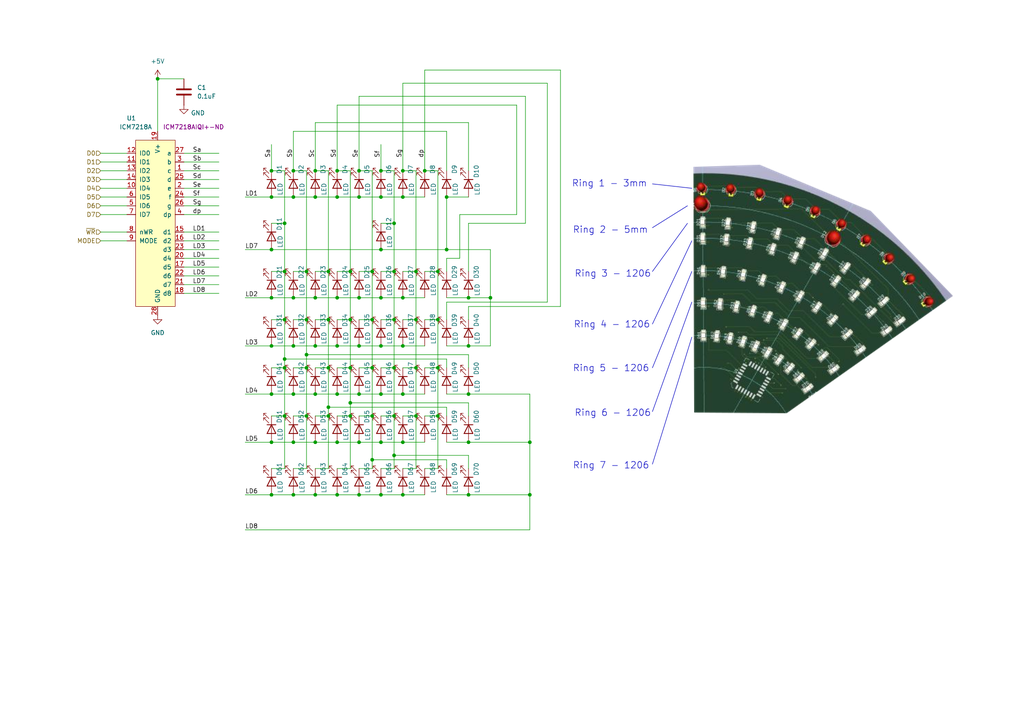
<source format=kicad_sch>
(kicad_sch (version 20250114) (generator "eeschema") (generator_version "9.0")
  (paper "A4")
  (lib_symbols
    (symbol "Device:C" (pin_numbers (hide yes)) (pin_names (offset 0.254))
      (property "Reference" "C" (at 0.635 2.54 0))
      (property "Value" "C" (at 0.635 -2.54 0))
      (symbol "C_0_1"
        (polyline (pts (xy -2.032 0.762) (xy 2.032 0.762)) (stroke (width 0.508)))
        (polyline (pts (xy -2.032 -0.762) (xy 2.032 -0.762)) (stroke (width 0.508)))
      )
      (symbol "C_1_1"
        (pin passive line (at 0 3.81 270) (length 2.794) (name "~") (number "1"))
        (pin passive line (at 0 -3.81 90) (length 2.794) (name "~") (number "2"))
      )
    )
    (symbol "Device:LED" (pin_numbers (hide yes)) (pin_names (offset 1.016) (hide yes))
      (property "Reference" "D" (at 0 2.54 0))
      (property "Value" "LED" (at 0 -2.54 0))
      (symbol "LED_0_1"
        (polyline (pts (xy -3.048 -0.762) (xy -4.572 -2.286) (xy -3.81 -2.286) (xy -4.572 -2.286) (xy -4.572 -1.524)))
        (polyline (pts (xy -1.778 -0.762) (xy -3.302 -2.286) (xy -2.54 -2.286) (xy -3.302 -2.286) (xy -3.302 -1.524)))
        (polyline (pts (xy -1.27 0) (xy 1.27 0)))
        (polyline (pts (xy -1.27 -1.27) (xy -1.27 1.27)) (stroke (width 0.254)))
        (polyline (pts (xy 1.27 -1.27) (xy 1.27 1.27) (xy -1.27 0) (xy 1.27 -1.27)) (stroke (width 0.254)))
      )
      (symbol "LED_1_1"
        (pin passive line (at -3.81 0 0) (length 2.54) (name "K") (number "1"))
        (pin passive line (at 3.81 0 180) (length 2.54) (name "A") (number "2"))
      )
    )
    (symbol "ICM7218A:ICM7218A" (pin_names (offset 1.016))
      (property "Reference" "U" (at 5.08 2.54 0))
      (property "Value" "ICM7218A" (at 8.89 5.08 0))
      (symbol "ICM7218A_0_1"
        (rectangle (start -6.35 0) (end 5.08 -48.26) (fill (type background)))
      )
      (symbol "ICM7218A_1_1"
        (pin input line (at -8.89 -3.81 0) (length 2.54) (name "ID0") (number "12"))
        (pin input line (at -8.89 -6.35 0) (length 2.54) (name "ID1") (number "11"))
        (pin input line (at -8.89 -8.89 0) (length 2.54) (name "ID2") (number "13"))
        (pin input line (at -8.89 -11.43 0) (length 2.54) (name "ID3") (number "14"))
        (pin input line (at -8.89 -13.97 0) (length 2.54) (name "ID4") (number "10"))
        (pin input line (at -8.89 -16.51 0) (length 2.54) (name "ID5") (number "6"))
        (pin input line (at -8.89 -19.05 0) (length 2.54) (name "ID6") (number "5"))
        (pin input line (at -8.89 -21.59 0) (length 2.54) (name "ID7") (number "7"))
        (pin input line (at -8.89 -26.67 0) (length 2.54) (name "nWR") (number "8"))
        (pin input line (at -8.89 -29.21 0) (length 2.54) (name "MODE") (number "9"))
        (pin input line (at 0 2.54 270) (length 2.54) (name "V+") (number "19"))
        (pin input line (at 0 -50.8 90) (length 2.54) (name "GND") (number "28"))
        (pin input line (at 7.62 -3.81 180) (length 2.54) (name "a") (number "27"))
        (pin input line (at 7.62 -6.35 180) (length 2.54) (name "b") (number "3"))
        (pin input line (at 7.62 -8.89 180) (length 2.54) (name "c") (number "1"))
        (pin input line (at 7.62 -11.43 180) (length 2.54) (name "d") (number "25"))
        (pin input line (at 7.62 -13.97 180) (length 2.54) (name "e") (number "2"))
        (pin input line (at 7.62 -16.51 180) (length 2.54) (name "f") (number "24"))
        (pin input line (at 7.62 -19.05 180) (length 2.54) (name "g") (number "26"))
        (pin input line (at 7.62 -21.59 180) (length 2.54) (name "dp") (number "4"))
        (pin input line (at 7.62 -26.67 180) (length 2.54) (name "d1") (number "15"))
        (pin input line (at 7.62 -29.21 180) (length 2.54) (name "d2") (number "16"))
        (pin input line (at 7.62 -31.75 180) (length 2.54) (name "d3") (number "23"))
        (pin input line (at 7.62 -34.29 180) (length 2.54) (name "d4") (number "20"))
        (pin input line (at 7.62 -36.83 180) (length 2.54) (name "d5") (number "17"))
        (pin input line (at 7.62 -39.37 180) (length 2.54) (name "d6") (number "22"))
        (pin input line (at 7.62 -41.91 180) (length 2.54) (name "d7") (number "21"))
        (pin input line (at 7.62 -44.45 180) (length 2.54) (name "d8") (number "18"))
      )
    )
    (symbol "power:+5V" (power) (pin_numbers (hide yes)) (pin_names (offset 0) (hide yes))
      (property "Value" "+5V" (at 0 3.556 0))
      (symbol "+5V_0_1"
        (polyline (pts (xy -0.762 1.27) (xy 0 2.54)))
        (polyline (pts (xy 0 2.54) (xy 0.762 1.27)))
        (polyline (pts (xy 0 0) (xy 0 2.54)))
      )
      (symbol "+5V_1_1"
        (pin power_in line (at 0 0 90) (length 0) (name "~") (number "1"))
      )
    )
    (symbol "power:GND" (power) (pin_numbers (hide yes)) (pin_names (offset 0) (hide yes))
      (property "Value" "GND" (at 0 -3.81 0))
      (symbol "GND_0_1"
        (polyline (pts (xy 0 0) (xy 0 -1.27) (xy 1.27 -1.27) (xy 0 -2.54) (xy -1.27 -1.27) (xy 0 -1.27)))
      )
      (symbol "GND_1_1"
        (pin power_in line (at 0 0 270) (length 0) (name "~") (number "1"))
      )
    )
  )
  (text "Ring 2 - 5mm" (at 166.116 66.802 0) (effects (font (size 1.905 1.905)) (justify left)))
  (text "Ring 3 - 1206" (at 166.624 79.502 0) (effects (font (size 1.905 1.905)) (justify left)))
  (text "Ring 4 - 1206" (at 166.37 94.234 0) (effects (font (size 1.905 1.905)) (justify left)))
  (text "Ring 7 - 1206" (at 166.116 135.128 0) (effects (font (size 1.905 1.905)) (justify left)))
  (text "Ring 6 - 1206" (at 166.624 119.888 0) (effects (font (size 1.905 1.905)) (justify left)))
  (text "Ring 5 - 1206" (at 166.116 106.934 0) (effects (font (size 1.905 1.905)) (justify left)))
  (text "Ring 1 - 3mm" (at 176.784 53.34 0) (effects (font (size 1.905 1.905))))
  (junction (at 78.74 86.36))
  (junction (at 101.6 92.71))
  (junction (at 114.3 120.65))
  (junction (at 85.09 143.51))
  (junction (at 95.25 106.68))
  (junction (at 85.09 86.36))
  (junction (at 85.09 49.53))
  (junction (at 91.44 128.27))
  (junction (at 88.9 102.87))
  (junction (at 82.55 78.74))
  (junction (at 78.74 57.15))
  (junction (at 78.74 49.53))
  (junction (at 101.6 116.84))
  (junction (at 114.3 132.08))
  (junction (at 85.09 128.27))
  (junction (at 91.44 57.15))
  (junction (at 85.09 100.33))
  (junction (at 97.79 49.53))
  (junction (at 120.65 106.68))
  (junction (at 110.49 143.51))
  (junction (at 116.84 49.53))
  (junction (at 129.54 57.15))
  (junction (at 104.14 86.36))
  (junction (at 82.55 104.14))
  (junction (at 129.54 72.39))
  (junction (at 78.74 128.27))
  (junction (at 82.55 120.65))
  (junction (at 78.74 100.33))
  (junction (at 91.44 114.3))
  (junction (at 110.49 114.3))
  (junction (at 88.9 106.68))
  (junction (at 114.3 106.68))
  (junction (at 153.67 143.51))
  (junction (at 104.14 128.27))
  (junction (at 104.14 49.53))
  (junction (at 153.67 128.27))
  (junction (at 95.25 118.11))
  (junction (at 120.65 92.71))
  (junction (at 135.89 114.3))
  (junction (at 104.14 114.3))
  (junction (at 135.89 128.27))
  (junction (at 127 106.68))
  (junction (at 107.95 133.35))
  (junction (at 85.09 114.3))
  (junction (at 127 92.71))
  (junction (at 116.84 114.3))
  (junction (at 110.49 128.27))
  (junction (at 101.6 78.74))
  (junction (at 107.95 120.65))
  (junction (at 114.3 78.74))
  (junction (at 135.89 100.33))
  (junction (at 78.74 143.51))
  (junction (at 95.25 78.74))
  (junction (at 116.84 57.15))
  (junction (at 107.95 92.71))
  (junction (at 78.74 72.39))
  (junction (at 101.6 106.68))
  (junction (at 107.95 78.74))
  (junction (at 116.84 143.51))
  (junction (at 82.55 106.68))
  (junction (at 110.49 86.36))
  (junction (at 104.14 100.33))
  (junction (at 127 78.74))
  (junction (at 91.44 143.51))
  (junction (at 101.6 120.65))
  (junction (at 110.49 49.53))
  (junction (at 116.84 128.27))
  (junction (at 107.95 106.68))
  (junction (at 110.49 100.33))
  (junction (at 135.89 143.51))
  (junction (at 120.65 78.74))
  (junction (at 104.14 143.51))
  (junction (at 97.79 100.33))
  (junction (at 97.79 143.51))
  (junction (at 142.24 86.36))
  (junction (at 97.79 57.15))
  (junction (at 95.25 120.65))
  (junction (at 135.89 86.36))
  (junction (at 120.65 120.65))
  (junction (at 91.44 100.33))
  (junction (at 91.44 86.36))
  (junction (at 114.3 92.71))
  (junction (at 104.14 57.15))
  (junction (at 85.09 57.15))
  (junction (at 88.9 92.71))
  (junction (at 82.55 92.71))
  (junction (at 78.74 114.3))
  (junction (at 88.9 120.65))
  (junction (at 114.3 64.77))
  (junction (at 45.72 22.86))
  (junction (at 127 120.65))
  (junction (at 95.25 92.71))
  (junction (at 116.84 100.33))
  (junction (at 97.79 114.3))
  (junction (at 88.9 78.74))
  (junction (at 110.49 57.15))
  (junction (at 97.79 128.27))
  (junction (at 123.19 49.53))
  (junction (at 91.44 49.53))
  (junction (at 110.49 72.39))
  (junction (at 116.84 86.36))
  (junction (at 82.55 64.77))
  (junction (at 97.79 86.36))
  (wire (pts (xy 123.19 20.32) (xy 123.19 49.53)))
  (wire (pts (xy 120.65 120.65) (xy 120.65 135.89)))
  (wire (pts (xy 107.95 135.89) (xy 104.14 135.89)))
  (wire (pts (xy 82.55 135.89) (xy 78.74 135.89)))
  (wire (pts (xy 110.49 100.33) (xy 116.84 100.33)))
  (wire (pts (xy 127 78.74) (xy 127 92.71)))
  (wire (pts (xy 129.54 114.3) (xy 135.89 114.3)))
  (wire (pts (xy 95.25 120.65) (xy 91.44 120.65)))
  (wire (pts (xy 104.14 143.51) (xy 110.49 143.51)))
  (polyline (pts (xy 189.23 119.38) (xy 200.66 87.63)))
  (wire (pts (xy 127 120.65) (xy 123.19 120.65)))
  (wire (pts (xy 97.79 100.33) (xy 104.14 100.33)))
  (wire (pts (xy 107.95 92.71) (xy 107.95 106.68)))
  (wire (pts (xy 82.55 92.71) (xy 78.74 92.71)))
  (polyline (pts (xy 189.23 78.74) (xy 199.39 64.77)))
  (wire (pts (xy 129.54 135.89) (xy 129.54 133.35)))
  (wire (pts (xy 101.6 78.74) (xy 97.79 78.74)))
  (wire (pts (xy 107.95 106.68) (xy 107.95 120.65)))
  (wire (pts (xy 101.6 49.53) (xy 101.6 78.74)))
  (wire (pts (xy 114.3 106.68) (xy 114.3 120.65)))
  (wire (pts (xy 162.56 88.9) (xy 162.56 20.32)))
  (polyline (pts (xy 189.23 93.98) (xy 200.66 69.85)))
  (wire (pts (xy 114.3 64.77) (xy 110.49 64.77)))
  (wire (pts (xy 82.55 106.68) (xy 82.55 120.65)))
  (wire (pts (xy 95.25 78.74) (xy 91.44 78.74)))
  (wire (pts (xy 135.89 88.9) (xy 162.56 88.9)))
  (wire (pts (xy 53.34 72.39) (xy 63.5 72.39)))
  (wire (pts (xy 91.44 49.53) (xy 95.25 49.53)))
  (wire (pts (xy 114.3 120.65) (xy 114.3 132.08)))
  (wire (pts (xy 95.25 106.68) (xy 91.44 106.68)))
  (polyline (pts (xy 189.23 53.34) (xy 200.66 54.61)))
  (wire (pts (xy 129.54 143.51) (xy 135.89 143.51)))
  (wire (pts (xy 71.12 86.36) (xy 78.74 86.36)))
  (wire (pts (xy 71.12 153.67) (xy 153.67 153.67)))
  (wire (pts (xy 120.65 78.74) (xy 116.84 78.74)))
  (wire (pts (xy 101.6 116.84) (xy 135.89 116.84)))
  (wire (pts (xy 129.54 72.39) (xy 110.49 72.39)))
  (wire (pts (xy 120.65 49.53) (xy 120.65 78.74)))
  (wire (pts (xy 82.55 78.74) (xy 78.74 78.74)))
  (wire (pts (xy 110.49 128.27) (xy 116.84 128.27)))
  (wire (pts (xy 91.44 143.51) (xy 97.79 143.51)))
  (wire (pts (xy 29.21 46.99) (xy 36.83 46.99)))
  (wire (pts (xy 120.65 106.68) (xy 116.84 106.68)))
  (polyline (pts (xy 189.23 134.62) (xy 200.66 97.79)))
  (wire (pts (xy 135.89 106.68) (xy 135.89 102.87)))
  (wire (pts (xy 129.54 104.14) (xy 82.55 104.14)))
  (wire (pts (xy 135.89 100.33) (xy 142.24 100.33)))
  (wire (pts (xy 116.84 100.33) (xy 123.19 100.33)))
  (wire (pts (xy 82.55 120.65) (xy 82.55 135.89)))
  (wire (pts (xy 91.44 57.15) (xy 97.79 57.15)))
  (wire (pts (xy 101.6 106.68) (xy 101.6 116.84)))
  (wire (pts (xy 53.34 69.85) (xy 63.5 69.85)))
  (wire (pts (xy 88.9 102.87) (xy 88.9 106.68)))
  (wire (pts (xy 88.9 106.68) (xy 85.09 106.68)))
  (wire (pts (xy 71.12 57.15) (xy 78.74 57.15)))
  (wire (pts (xy 133.35 74.93) (xy 133.35 62.23)))
  (wire (pts (xy 142.24 86.36) (xy 142.24 72.39)))
  (wire (pts (xy 53.34 44.45) (xy 63.5 44.45)))
  (wire (pts (xy 129.54 87.63) (xy 158.75 87.63)))
  (wire (pts (xy 114.3 120.65) (xy 110.49 120.65)))
  (wire (pts (xy 29.21 44.45) (xy 36.83 44.45)))
  (wire (pts (xy 53.34 67.31) (xy 63.5 67.31)))
  (wire (pts (xy 78.74 114.3) (xy 85.09 114.3)))
  (wire (pts (xy 85.09 49.53) (xy 88.9 49.53)))
  (wire (pts (xy 95.25 49.53) (xy 95.25 78.74)))
  (wire (pts (xy 110.49 57.15) (xy 116.84 57.15)))
  (wire (pts (xy 71.12 114.3) (xy 78.74 114.3)))
  (wire (pts (xy 104.14 128.27) (xy 110.49 128.27)))
  (wire (pts (xy 71.12 143.51) (xy 78.74 143.51)))
  (wire (pts (xy 114.3 49.53) (xy 114.3 64.77)))
  (wire (pts (xy 97.79 49.53) (xy 101.6 49.53)))
  (wire (pts (xy 53.34 62.23) (xy 63.5 62.23)))
  (wire (pts (xy 116.84 49.53) (xy 120.65 49.53)))
  (wire (pts (xy 110.49 86.36) (xy 116.84 86.36)))
  (wire (pts (xy 149.86 62.23) (xy 149.86 30.48)))
  (wire (pts (xy 129.54 38.1) (xy 85.09 38.1)))
  (wire (pts (xy 82.55 49.53) (xy 82.55 64.77)))
  (wire (pts (xy 116.84 24.13) (xy 116.84 49.53)))
  (wire (pts (xy 135.89 49.53) (xy 135.89 35.56)))
  (wire (pts (xy 152.4 64.77) (xy 152.4 27.94)))
  (wire (pts (xy 97.79 86.36) (xy 104.14 86.36)))
  (wire (pts (xy 53.34 22.86) (xy 45.72 22.86)))
  (wire (pts (xy 101.6 120.65) (xy 101.6 135.89)))
  (wire (pts (xy 129.54 128.27) (xy 135.89 128.27)))
  (wire (pts (xy 97.79 143.51) (xy 104.14 143.51)))
  (wire (pts (xy 114.3 78.74) (xy 110.49 78.74)))
  (wire (pts (xy 82.55 120.65) (xy 78.74 120.65)))
  (wire (pts (xy 129.54 57.15) (xy 135.89 57.15)))
  (wire (pts (xy 29.21 52.07) (xy 36.83 52.07)))
  (wire (pts (xy 97.79 57.15) (xy 104.14 57.15)))
  (wire (pts (xy 101.6 92.71) (xy 97.79 92.71)))
  (wire (pts (xy 107.95 78.74) (xy 107.95 92.71)))
  (wire (pts (xy 101.6 120.65) (xy 97.79 120.65)))
  (wire (pts (xy 88.9 106.68) (xy 88.9 120.65)))
  (wire (pts (xy 129.54 100.33) (xy 135.89 100.33)))
  (wire (pts (xy 133.35 62.23) (xy 149.86 62.23)))
  (wire (pts (xy 82.55 64.77) (xy 82.55 78.74)))
  (wire (pts (xy 29.21 57.15) (xy 36.83 57.15)))
  (wire (pts (xy 29.21 59.69) (xy 36.83 59.69)))
  (wire (pts (xy 104.14 86.36) (xy 110.49 86.36)))
  (wire (pts (xy 135.89 92.71) (xy 135.89 88.9)))
  (wire (pts (xy 110.49 41.91) (xy 110.49 49.53)))
  (wire (pts (xy 114.3 78.74) (xy 114.3 92.71)))
  (wire (pts (xy 114.3 132.08) (xy 114.3 135.89)))
  (wire (pts (xy 91.44 114.3) (xy 97.79 114.3)))
  (wire (pts (xy 95.25 135.89) (xy 91.44 135.89)))
  (wire (pts (xy 120.65 92.71) (xy 120.65 106.68)))
  (wire (pts (xy 135.89 120.65) (xy 135.89 116.84)))
  (wire (pts (xy 101.6 135.89) (xy 97.79 135.89)))
  (wire (pts (xy 135.89 143.51) (xy 153.67 143.51)))
  (wire (pts (xy 120.65 120.65) (xy 116.84 120.65)))
  (wire (pts (xy 129.54 106.68) (xy 129.54 104.14)))
  (wire (pts (xy 97.79 30.48) (xy 97.79 49.53)))
  (wire (pts (xy 29.21 49.53) (xy 36.83 49.53)))
  (wire (pts (xy 78.74 100.33) (xy 85.09 100.33)))
  (wire (pts (xy 45.72 22.86) (xy 45.72 38.1)))
  (wire (pts (xy 91.44 128.27) (xy 97.79 128.27)))
  (wire (pts (xy 149.86 30.48) (xy 97.79 30.48)))
  (wire (pts (xy 116.84 86.36) (xy 123.19 86.36)))
  (wire (pts (xy 129.54 118.11) (xy 95.25 118.11)))
  (wire (pts (xy 123.19 49.53) (xy 127 49.53)))
  (wire (pts (xy 88.9 120.65) (xy 85.09 120.65)))
  (wire (pts (xy 129.54 49.53) (xy 129.54 38.1)))
  (polyline (pts (xy 189.23 106.68) (xy 200.66 78.74)))
  (wire (pts (xy 71.12 128.27) (xy 78.74 128.27)))
  (wire (pts (xy 114.3 135.89) (xy 110.49 135.89)))
  (wire (pts (xy 162.56 20.32) (xy 123.19 20.32)))
  (wire (pts (xy 127 106.68) (xy 127 120.65)))
  (wire (pts (xy 29.21 54.61) (xy 36.83 54.61)))
  (wire (pts (xy 85.09 86.36) (xy 91.44 86.36)))
  (wire (pts (xy 53.34 74.93) (xy 63.5 74.93)))
  (wire (pts (xy 95.25 78.74) (xy 95.25 92.71)))
  (wire (pts (xy 135.89 135.89) (xy 135.89 132.08)))
  (wire (pts (xy 82.55 78.74) (xy 82.55 92.71)))
  (wire (pts (xy 88.9 92.71) (xy 88.9 102.87)))
  (wire (pts (xy 88.9 120.65) (xy 88.9 135.89)))
  (wire (pts (xy 110.49 114.3) (xy 116.84 114.3)))
  (wire (pts (xy 107.95 133.35) (xy 129.54 133.35)))
  (wire (pts (xy 88.9 78.74) (xy 88.9 92.71)))
  (wire (pts (xy 129.54 78.74) (xy 129.54 74.93)))
  (wire (pts (xy 71.12 100.33) (xy 78.74 100.33)))
  (wire (pts (xy 95.25 92.71) (xy 95.25 106.68)))
  (wire (pts (xy 135.89 86.36) (xy 142.24 86.36)))
  (wire (pts (xy 78.74 41.91) (xy 78.74 49.53)))
  (wire (pts (xy 88.9 49.53) (xy 88.9 78.74)))
  (wire (pts (xy 107.95 78.74) (xy 104.14 78.74)))
  (wire (pts (xy 78.74 86.36) (xy 85.09 86.36)))
  (wire (pts (xy 135.89 132.08) (xy 114.3 132.08)))
  (wire (pts (xy 127 49.53) (xy 127 78.74)))
  (wire (pts (xy 153.67 114.3) (xy 153.67 128.27)))
  (wire (pts (xy 127 92.71) (xy 127 106.68)))
  (wire (pts (xy 120.65 78.74) (xy 120.65 92.71)))
  (wire (pts (xy 95.25 106.68) (xy 95.25 118.11)))
  (wire (pts (xy 82.55 106.68) (xy 78.74 106.68)))
  (wire (pts (xy 153.67 143.51) (xy 153.67 128.27)))
  (wire (pts (xy 53.34 59.69) (xy 63.5 59.69)))
  (wire (pts (xy 114.3 64.77) (xy 114.3 78.74)))
  (wire (pts (xy 107.95 133.35) (xy 107.95 135.89)))
  (wire (pts (xy 107.95 106.68) (xy 104.14 106.68)))
  (wire (pts (xy 127 106.68) (xy 123.19 106.68)))
  (wire (pts (xy 82.55 64.77) (xy 78.74 64.77)))
  (wire (pts (xy 53.34 49.53) (xy 63.5 49.53)))
  (wire (pts (xy 110.49 143.51) (xy 116.84 143.51)))
  (wire (pts (xy 135.89 102.87) (xy 88.9 102.87)))
  (wire (pts (xy 85.09 128.27) (xy 91.44 128.27)))
  (wire (pts (xy 116.84 57.15) (xy 123.19 57.15)))
  (wire (pts (xy 78.74 57.15) (xy 85.09 57.15)))
  (wire (pts (xy 107.95 49.53) (xy 107.95 78.74)))
  (wire (pts (xy 158.75 87.63) (xy 158.75 24.13)))
  (wire (pts (xy 29.21 69.85) (xy 36.83 69.85)))
  (wire (pts (xy 85.09 114.3) (xy 91.44 114.3)))
  (wire (pts (xy 107.95 92.71) (xy 104.14 92.71)))
  (wire (pts (xy 97.79 114.3) (xy 104.14 114.3)))
  (wire (pts (xy 104.14 49.53) (xy 107.95 49.53)))
  (wire (pts (xy 114.3 106.68) (xy 110.49 106.68)))
  (wire (pts (xy 116.84 114.3) (xy 123.19 114.3)))
  (wire (pts (xy 78.74 72.39) (xy 110.49 72.39)))
  (wire (pts (xy 78.74 143.51) (xy 85.09 143.51)))
  (wire (pts (xy 107.95 120.65) (xy 107.95 133.35)))
  (wire (pts (xy 116.84 143.51) (xy 123.19 143.51)))
  (wire (pts (xy 82.55 104.14) (xy 82.55 106.68)))
  (wire (pts (xy 152.4 27.94) (xy 104.14 27.94)))
  (wire (pts (xy 53.34 52.07) (xy 63.5 52.07)))
  (wire (pts (xy 104.14 100.33) (xy 110.49 100.33)))
  (wire (pts (xy 53.34 54.61) (xy 63.5 54.61)))
  (wire (pts (xy 82.55 92.71) (xy 82.55 104.14)))
  (wire (pts (xy 129.54 57.15) (xy 129.54 72.39)))
  (wire (pts (xy 120.65 106.68) (xy 120.65 120.65)))
  (wire (pts (xy 53.34 80.01) (xy 63.5 80.01)))
  (wire (pts (xy 129.54 86.36) (xy 135.89 86.36)))
  (wire (pts (xy 104.14 114.3) (xy 110.49 114.3)))
  (wire (pts (xy 114.3 92.71) (xy 114.3 106.68)))
  (wire (pts (xy 91.44 35.56) (xy 91.44 49.53)))
  (wire (pts (xy 85.09 100.33) (xy 91.44 100.33)))
  (wire (pts (xy 85.09 143.51) (xy 91.44 143.51)))
  (wire (pts (xy 101.6 78.74) (xy 101.6 92.71)))
  (wire (pts (xy 129.54 92.71) (xy 129.54 87.63)))
  (wire (pts (xy 129.54 120.65) (xy 129.54 118.11)))
  (wire (pts (xy 135.89 78.74) (xy 135.89 64.77)))
  (wire (pts (xy 91.44 86.36) (xy 97.79 86.36)))
  (wire (pts (xy 91.44 100.33) (xy 97.79 100.33)))
  (wire (pts (xy 53.34 57.15) (xy 63.5 57.15)))
  (polyline (pts (xy 189.23 66.04) (xy 199.39 59.69)))
  (wire (pts (xy 153.67 128.27) (xy 135.89 128.27)))
  (wire (pts (xy 142.24 72.39) (xy 129.54 72.39)))
  (wire (pts (xy 104.14 27.94) (xy 104.14 49.53)))
  (wire (pts (xy 129.54 74.93) (xy 133.35 74.93)))
  (wire (pts (xy 101.6 106.68) (xy 97.79 106.68)))
  (wire (pts (xy 120.65 135.89) (xy 116.84 135.89)))
  (wire (pts (xy 127 135.89) (xy 123.19 135.89)))
  (wire (pts (xy 53.34 46.99) (xy 63.5 46.99)))
  (wire (pts (xy 85.09 38.1) (xy 85.09 49.53)))
  (wire (pts (xy 101.6 92.71) (xy 101.6 106.68)))
  (wire (pts (xy 158.75 24.13) (xy 116.84 24.13)))
  (wire (pts (xy 53.34 77.47) (xy 63.5 77.47)))
  (wire (pts (xy 88.9 135.89) (xy 85.09 135.89)))
  (wire (pts (xy 114.3 92.71) (xy 110.49 92.71)))
  (wire (pts (xy 135.89 114.3) (xy 153.67 114.3)))
  (wire (pts (xy 110.49 49.53) (xy 114.3 49.53)))
  (wire (pts (xy 71.12 72.39) (xy 78.74 72.39)))
  (wire (pts (xy 78.74 128.27) (xy 85.09 128.27)))
  (wire (pts (xy 107.95 120.65) (xy 104.14 120.65)))
  (wire (pts (xy 88.9 78.74) (xy 85.09 78.74)))
  (wire (pts (xy 53.34 85.09) (xy 63.5 85.09)))
  (wire (pts (xy 153.67 143.51) (xy 153.67 153.67)))
  (wire (pts (xy 97.79 128.27) (xy 104.14 128.27)))
  (wire (pts (xy 101.6 116.84) (xy 101.6 120.65)))
  (wire (pts (xy 135.89 64.77) (xy 152.4 64.77)))
  (wire (pts (xy 142.24 86.36) (xy 142.24 100.33)))
  (wire (pts (xy 29.21 67.31) (xy 36.83 67.31)))
  (wire (pts (xy 29.21 62.23) (xy 36.83 62.23)))
  (wire (pts (xy 95.25 120.65) (xy 95.25 135.89)))
  (wire (pts (xy 127 92.71) (xy 123.19 92.71)))
  (wire (pts (xy 127 120.65) (xy 127 135.89)))
  (wire (pts (xy 95.25 118.11) (xy 95.25 120.65)))
  (wire (pts (xy 88.9 92.71) (xy 85.09 92.71)))
  (wire (pts (xy 95.25 92.71) (xy 91.44 92.71)))
  (wire (pts (xy 116.84 128.27) (xy 123.19 128.27)))
  (wire (pts (xy 120.65 92.71) (xy 116.84 92.71)))
  (wire (pts (xy 135.89 35.56) (xy 91.44 35.56)))
  (wire (pts (xy 104.14 57.15) (xy 110.49 57.15)))
  (wire (pts (xy 127 78.74) (xy 123.19 78.74)))
  (wire (pts (xy 53.34 82.55) (xy 63.5 82.55)))
  (wire (pts (xy 78.74 49.53) (xy 82.55 49.53)))
  (wire (pts (xy 85.09 57.15) (xy 91.44 57.15)))
  (image (at 238.76 83.82) (scale 2.36357))
  (label "LD6" (at 55.88 80.01 0))
  (label "dp" (at 55.88 62.23 0))
  (label "Sg" (at 116.84 45.72 90))
  (label "LD4" (at 71.12 114.3 0))
  (label "Sc" (at 91.44 45.72 90))
  (label "LD5" (at 55.88 77.47 0))
  (label "Sf" (at 110.49 45.72 90))
  (label "Sa" (at 78.74 45.72 90))
  (label "LD2" (at 55.88 69.85 0))
  (label "Sa" (at 55.88 44.45 0))
  (label "LD8" (at 55.88 85.09 0))
  (label "Sd" (at 97.79 45.72 90))
  (label "LD6" (at 71.12 143.51 0))
  (label "Sf" (at 55.88 57.15 0))
  (label "Sc" (at 55.88 49.53 0))
  (label "Se" (at 104.14 45.72 90))
  (label "LD4" (at 55.88 74.93 0))
  (label "LD3" (at 55.88 72.39 0))
  (label "Sg" (at 55.88 59.69 0))
  (label "dp" (at 123.19 45.72 90))
  (label "LD1" (at 71.12 57.15 0))
  (label "Sb" (at 55.88 46.99 0))
  (label "LD5" (at 71.12 128.27 0))
  (label "LD3" (at 71.12 100.33 0))
  (label "Sb" (at 85.09 45.72 90))
  (label "Se" (at 55.88 54.61 0))
  (label "LD2" (at 71.12 86.36 0))
  (label "LD7" (at 71.12 72.39 0))
  (label "LD7" (at 55.88 82.55 0))
  (label "LD8" (at 71.12 153.67 0))
  (label "Sd" (at 55.88 52.07 0))
  (label "LD1" (at 55.88 67.31 0))
  (hierarchical_label "D4" (shape input) (at 29.21 54.61 180))
  (hierarchical_label "~{WR}" (shape input) (at 29.21 67.31 180))
  (hierarchical_label "MODE" (shape input) (at 29.21 69.85 180))
  (hierarchical_label "D2" (shape input) (at 29.21 49.53 180))
  (hierarchical_label "D7" (shape input) (at 29.21 62.23 180))
  (hierarchical_label "D1" (shape input) (at 29.21 46.99 180))
  (hierarchical_label "D0" (shape input) (at 29.21 44.45 180))
  (hierarchical_label "D3" (shape input) (at 29.21 52.07 180))
  (hierarchical_label "D6" (shape input) (at 29.21 59.69 180))
  (hierarchical_label "D5" (shape input) (at 29.21 57.15 180))
  (symbol (lib_id "ICM7218A:ICM7218A") (at 45.72 40.64 0) (unit 1)
    (property "Reference" "U1" (at 38.1 34.29 0))
    (property "Value" "ICM7218A" (at 39.37 36.83 0))
    (property "Footprint" "Package_DIP:DIP-28_W15.24mm_LongPads" (effects (hide yes)))
    (property "Datasheet" "https://datasheets.maximintegrated.com/en/ds/ICM7218-ICM7228.pdf" (effects (hide yes)))
    (property "DigiKey" "ICM7218AIQI+-ND" (at 56.134 36.83 0))
  )
  (symbol (lib_id "Device:LED") (at 78.74 53.34 270) (unit 1)
    (property "Reference" "D1" (at 81.026 47.752 0) (effects (justify left)))
    (property "Value" "LED" (at 81.28 53.0224 0) (effects (justify left)))
    (property "Footprint" "LED_THT:LED_D3.0mm" (effects (hide yes)))
    (property "Description" "Light emitting diode" (effects (hide yes)))
    (property "Sim.Pins" "1=K 2=A" (effects (hide yes)))
  )
  (symbol (lib_id "Device:LED") (at 85.09 53.34 270) (unit 1)
    (property "Reference" "D2" (at 87.376 47.752 0) (effects (justify left)))
    (property "Value" "LED" (at 87.63 53.0224 0) (effects (justify left)))
    (property "Footprint" "LED_THT:LED_D3.0mm" (effects (hide yes)))
    (property "Description" "Light emitting diode" (effects (hide yes)))
    (property "Sim.Pins" "1=K 2=A" (effects (hide yes)))
  )
  (symbol (lib_id "Device:LED") (at 78.74 110.49 270) (unit 1)
    (property "Reference" "D41" (at 81.026 104.902 0) (effects (justify left)))
    (property "Value" "LED" (at 81.28 110.1724 0) (effects (justify left)))
    (property "Footprint" "LED_SMD:LED_1206_3216Metric_Pad1.42x1.75mm_HandSolder" (effects (hide yes)))
    (property "Description" "Light emitting diode" (effects (hide yes)))
    (property "Sim.Pins" "1=K 2=A" (effects (hide yes)))
  )
  (symbol (lib_id "Device:LED") (at 78.74 96.52 270) (unit 1)
    (property "Reference" "D31" (at 81.026 90.932 0) (effects (justify left)))
    (property "Value" "LED" (at 81.28 96.2024 0) (effects (justify left)))
    (property "Footprint" "LED_SMD:LED_1206_3216Metric_Pad1.42x1.75mm_HandSolder" (effects (hide yes)))
    (property "Description" "Light emitting diode" (effects (hide yes)))
    (property "Sim.Pins" "1=K 2=A" (effects (hide yes)))
  )
  (symbol (lib_id "Device:LED") (at 135.89 124.46 270) (unit 1)
    (property "Reference" "D60" (at 138.176 118.872 0) (effects (justify left)))
    (property "Value" "LED" (at 138.43 124.1424 0) (effects (justify left)))
    (property "Footprint" "LED_SMD:LED_1206_3216Metric_Pad1.42x1.75mm_HandSolder" (effects (hide yes)))
    (property "Description" "Light emitting diode" (effects (hide yes)))
    (property "Sim.Pins" "1=K 2=A" (effects (hide yes)))
  )
  (symbol (lib_id "Device:LED") (at 85.09 124.46 270) (unit 1)
    (property "Reference" "D52" (at 87.376 118.872 0) (effects (justify left)))
    (property "Value" "LED" (at 87.63 124.1424 0) (effects (justify left)))
    (property "Footprint" "LED_SMD:LED_1206_3216Metric_Pad1.42x1.75mm_HandSolder" (effects (hide yes)))
    (property "Description" "Light emitting diode" (effects (hide yes)))
    (property "Sim.Pins" "1=K 2=A" (effects (hide yes)))
  )
  (symbol (lib_id "Device:LED") (at 91.44 96.52 270) (unit 1)
    (property "Reference" "D33" (at 93.726 90.932 0) (effects (justify left)))
    (property "Value" "LED" (at 93.98 96.2024 0) (effects (justify left)))
    (property "Footprint" "LED_SMD:LED_1206_3216Metric_Pad1.42x1.75mm_HandSolder" (effects (hide yes)))
    (property "Description" "Light emitting diode" (effects (hide yes)))
    (property "Sim.Pins" "1=K 2=A" (effects (hide yes)))
  )
  (symbol (lib_id "Device:LED") (at 104.14 53.34 270) (unit 1)
    (property "Reference" "D5" (at 106.426 47.752 0) (effects (justify left)))
    (property "Value" "LED" (at 106.68 53.0224 0) (effects (justify left)))
    (property "Footprint" "LED_THT:LED_D3.0mm" (effects (hide yes)))
    (property "Description" "Light emitting diode" (effects (hide yes)))
    (property "Sim.Pins" "1=K 2=A" (effects (hide yes)))
  )
  (symbol (lib_id "Device:LED") (at 110.49 124.46 270) (unit 1)
    (property "Reference" "D56" (at 112.776 118.872 0) (effects (justify left)))
    (property "Value" "LED" (at 113.03 124.1424 0) (effects (justify left)))
    (property "Footprint" "LED_SMD:LED_1206_3216Metric_Pad1.42x1.75mm_HandSolder" (effects (hide yes)))
    (property "Description" "Light emitting diode" (effects (hide yes)))
    (property "Sim.Pins" "1=K 2=A" (effects (hide yes)))
  )
  (symbol (lib_id "Device:LED") (at 91.44 110.49 270) (unit 1)
    (property "Reference" "D43" (at 93.726 104.902 0) (effects (justify left)))
    (property "Value" "LED" (at 93.98 110.1724 0) (effects (justify left)))
    (property "Footprint" "LED_SMD:LED_1206_3216Metric_Pad1.42x1.75mm_HandSolder" (effects (hide yes)))
    (property "Description" "Light emitting diode" (effects (hide yes)))
    (property "Sim.Pins" "1=K 2=A" (effects (hide yes)))
  )
  (symbol (lib_id "Device:LED") (at 129.54 82.55 270) (unit 1)
    (property "Reference" "D29" (at 131.826 76.962 0) (effects (justify left)))
    (property "Value" "LED" (at 132.08 82.2324 0) (effects (justify left)))
    (property "Footprint" "LED_SMD:LED_1206_3216Metric_Pad1.42x1.75mm_HandSolder" (effects (hide yes)))
    (property "Description" "Light emitting diode" (effects (hide yes)))
    (property "Sim.Pins" "1=K 2=A" (effects (hide yes)))
  )
  (symbol (lib_id "Device:LED") (at 110.49 110.49 270) (unit 1)
    (property "Reference" "D46" (at 112.776 104.902 0) (effects (justify left)))
    (property "Value" "LED" (at 113.03 110.1724 0) (effects (justify left)))
    (property "Footprint" "LED_SMD:LED_1206_3216Metric_Pad1.42x1.75mm_HandSolder" (effects (hide yes)))
    (property "Description" "Light emitting diode" (effects (hide yes)))
    (property "Sim.Pins" "1=K 2=A" (effects (hide yes)))
  )
  (symbol (lib_id "Device:LED") (at 116.84 96.52 270) (unit 1)
    (property "Reference" "D37" (at 119.126 90.932 0) (effects (justify left)))
    (property "Value" "LED" (at 119.38 96.2024 0) (effects (justify left)))
    (property "Footprint" "LED_SMD:LED_1206_3216Metric_Pad1.42x1.75mm_HandSolder" (effects (hide yes)))
    (property "Description" "Light emitting diode" (effects (hide yes)))
    (property "Sim.Pins" "1=K 2=A" (effects (hide yes)))
  )
  (symbol (lib_id "Device:LED") (at 129.54 139.7 270) (unit 1)
    (property "Reference" "D69" (at 131.826 134.112 0) (effects (justify left)))
    (property "Value" "LED" (at 132.08 139.3824 0) (effects (justify left)))
    (property "Footprint" "LED_SMD:LED_1206_3216Metric_Pad1.42x1.75mm_HandSolder" (effects (hide yes)))
    (property "Description" "Light emitting diode" (effects (hide yes)))
    (property "Sim.Pins" "1=K 2=A" (effects (hide yes)))
  )
  (symbol (lib_id "Device:LED") (at 97.79 96.52 270) (unit 1)
    (property "Reference" "D34" (at 100.076 90.932 0) (effects (justify left)))
    (property "Value" "LED" (at 100.33 96.2024 0) (effects (justify left)))
    (property "Footprint" "LED_SMD:LED_1206_3216Metric_Pad1.42x1.75mm_HandSolder" (effects (hide yes)))
    (property "Description" "Light emitting diode" (effects (hide yes)))
    (property "Sim.Pins" "1=K 2=A" (effects (hide yes)))
  )
  (symbol (lib_id "Device:LED") (at 104.14 124.46 270) (unit 1)
    (property "Reference" "D55" (at 106.426 118.872 0) (effects (justify left)))
    (property "Value" "LED" (at 106.68 124.1424 0) (effects (justify left)))
    (property "Footprint" "LED_SMD:LED_1206_3216Metric_Pad1.42x1.75mm_HandSolder" (effects (hide yes)))
    (property "Description" "Light emitting diode" (effects (hide yes)))
    (property "Sim.Pins" "1=K 2=A" (effects (hide yes)))
  )
  (symbol (lib_id "Device:LED") (at 116.84 124.46 270) (unit 1)
    (property "Reference" "D57" (at 119.126 118.872 0) (effects (justify left)))
    (property "Value" "LED" (at 119.38 124.1424 0) (effects (justify left)))
    (property "Footprint" "LED_SMD:LED_1206_3216Metric_Pad1.42x1.75mm_HandSolder" (effects (hide yes)))
    (property "Description" "Light emitting diode" (effects (hide yes)))
    (property "Sim.Pins" "1=K 2=A" (effects (hide yes)))
  )
  (symbol (lib_id "Device:LED") (at 104.14 110.49 270) (unit 1)
    (property "Reference" "D45" (at 106.426 104.902 0) (effects (justify left)))
    (property "Value" "LED" (at 106.68 110.1724 0) (effects (justify left)))
    (property "Footprint" "LED_SMD:LED_1206_3216Metric_Pad1.42x1.75mm_HandSolder" (effects (hide yes)))
    (property "Description" "Light emitting diode" (effects (hide yes)))
    (property "Sim.Pins" "1=K 2=A" (effects (hide yes)))
  )
  (symbol (lib_id "Device:LED") (at 123.19 82.55 270) (unit 1)
    (property "Reference" "D28" (at 125.476 76.962 0) (effects (justify left)))
    (property "Value" "LED" (at 125.73 82.2324 0) (effects (justify left)))
    (property "Footprint" "LED_SMD:LED_1206_3216Metric_Pad1.42x1.75mm_HandSolder" (effects (hide yes)))
    (property "Description" "Light emitting diode" (effects (hide yes)))
    (property "Sim.Pins" "1=K 2=A" (effects (hide yes)))
  )
  (symbol (lib_id "power:GND") (at 45.72 91.44 0) (unit 1)
    (property "Reference" "#PWR0102" (effects (hide yes)))
    (property "Value" "GND" (at 45.72 96.52 0))
    (property "Description" "Power symbol creates a global label with name \"GND\" , ground" (effects (hide yes)))
  )
  (symbol (lib_id "Device:LED") (at 129.54 124.46 270) (unit 1)
    (property "Reference" "D59" (at 131.826 118.872 0) (effects (justify left)))
    (property "Value" "LED" (at 132.08 124.1424 0) (effects (justify left)))
    (property "Footprint" "LED_SMD:LED_1206_3216Metric_Pad1.42x1.75mm_HandSolder" (effects (hide yes)))
    (property "Description" "Light emitting diode" (effects (hide yes)))
    (property "Sim.Pins" "1=K 2=A" (effects (hide yes)))
  )
  (symbol (lib_id "Device:LED") (at 135.89 53.34 270) (unit 1)
    (property "Reference" "D10" (at 138.176 47.752 0) (effects (justify left)))
    (property "Value" "LED" (at 138.43 53.0224 0) (effects (justify left)))
    (property "Footprint" "LED_THT:LED_D3.0mm" (effects (hide yes)))
    (property "Description" "Light emitting diode" (effects (hide yes)))
    (property "Sim.Pins" "1=K 2=A" (effects (hide yes)))
  )
  (symbol (lib_id "Device:LED") (at 104.14 82.55 270) (unit 1)
    (property "Reference" "D25" (at 106.426 76.962 0) (effects (justify left)))
    (property "Value" "LED" (at 106.68 82.2324 0) (effects (justify left)))
    (property "Footprint" "LED_SMD:LED_1206_3216Metric_Pad1.42x1.75mm_HandSolder" (effects (hide yes)))
    (property "Description" "Light emitting diode" (effects (hide yes)))
    (property "Sim.Pins" "1=K 2=A" (effects (hide yes)))
  )
  (symbol (lib_id "Device:LED") (at 123.19 53.34 270) (unit 1)
    (property "Reference" "D8" (at 125.476 47.752 0) (effects (justify left)))
    (property "Value" "LED" (at 125.73 53.0224 0) (effects (justify left)))
    (property "Footprint" "LED_THT:LED_D3.0mm" (effects (hide yes)))
    (property "Description" "Light emitting diode" (effects (hide yes)))
    (property "Sim.Pins" "1=K 2=A" (effects (hide yes)))
  )
  (symbol (lib_id "Device:LED") (at 123.19 96.52 270) (unit 1)
    (property "Reference" "D38" (at 125.476 90.932 0) (effects (justify left)))
    (property "Value" "LED" (at 125.73 96.2024 0) (effects (justify left)))
    (property "Footprint" "LED_SMD:LED_1206_3216Metric_Pad1.42x1.75mm_HandSolder" (effects (hide yes)))
    (property "Description" "Light emitting diode" (effects (hide yes)))
    (property "Sim.Pins" "1=K 2=A" (effects (hide yes)))
  )
  (symbol (lib_id "Device:LED") (at 116.84 139.7 270) (unit 1)
    (property "Reference" "D67" (at 119.126 134.112 0) (effects (justify left)))
    (property "Value" "LED" (at 119.38 139.3824 0) (effects (justify left)))
    (property "Footprint" "LED_SMD:LED_1206_3216Metric_Pad1.42x1.75mm_HandSolder" (effects (hide yes)))
    (property "Description" "Light emitting diode" (effects (hide yes)))
    (property "Sim.Pins" "1=K 2=A" (effects (hide yes)))
  )
  (symbol (lib_id "Device:LED") (at 129.54 53.34 270) (unit 1)
    (property "Reference" "D9" (at 131.826 47.752 0) (effects (justify left)))
    (property "Value" "LED" (at 132.08 53.0224 0) (effects (justify left)))
    (property "Footprint" "LED_THT:LED_D3.0mm" (effects (hide yes)))
    (property "Description" "Light emitting diode" (effects (hide yes)))
    (property "Sim.Pins" "1=K 2=A" (effects (hide yes)))
  )
  (symbol (lib_id "Device:LED") (at 123.19 139.7 270) (unit 1)
    (property "Reference" "D68" (at 125.476 134.112 0) (effects (justify left)))
    (property "Value" "LED" (at 125.73 139.3824 0) (effects (justify left)))
    (property "Footprint" "LED_SMD:LED_1206_3216Metric_Pad1.42x1.75mm_HandSolder" (effects (hide yes)))
    (property "Description" "Light emitting diode" (effects (hide yes)))
    (property "Sim.Pins" "1=K 2=A" (effects (hide yes)))
  )
  (symbol (lib_id "Device:LED") (at 129.54 110.49 270) (unit 1)
    (property "Reference" "D49" (at 131.826 104.902 0) (effects (justify left)))
    (property "Value" "LED" (at 132.08 110.1724 0) (effects (justify left)))
    (property "Footprint" "LED_SMD:LED_1206_3216Metric_Pad1.42x1.75mm_HandSolder" (effects (hide yes)))
    (property "Description" "Light emitting diode" (effects (hide yes)))
    (property "Sim.Pins" "1=K 2=A" (effects (hide yes)))
  )
  (symbol (lib_id "Device:LED") (at 97.79 82.55 270) (unit 1)
    (property "Reference" "D24" (at 100.076 76.962 0) (effects (justify left)))
    (property "Value" "LED" (at 100.33 82.2324 0) (effects (justify left)))
    (property "Footprint" "LED_SMD:LED_1206_3216Metric_Pad1.42x1.75mm_HandSolder" (effects (hide yes)))
    (property "Description" "Light emitting diode" (effects (hide yes)))
    (property "Sim.Pins" "1=K 2=A" (effects (hide yes)))
  )
  (symbol (lib_id "Device:LED") (at 85.09 82.55 270) (unit 1)
    (property "Reference" "D22" (at 87.376 76.962 0) (effects (justify left)))
    (property "Value" "LED" (at 87.63 82.2324 0) (effects (justify left)))
    (property "Footprint" "LED_SMD:LED_1206_3216Metric_Pad1.42x1.75mm_HandSolder" (effects (hide yes)))
    (property "Description" "Light emitting diode" (effects (hide yes)))
    (property "Sim.Pins" "1=K 2=A" (effects (hide yes)))
  )
  (symbol (lib_id "Device:LED") (at 110.49 68.58 270) (unit 1)
    (property "Reference" "D12" (at 112.776 62.992 0) (effects (justify left)))
    (property "Value" "LED" (at 113.03 68.2624 0) (effects (justify left)))
    (property "Footprint" "LED_THT:LED_D5.0mm" (effects (hide yes)))
    (property "Description" "Light emitting diode" (effects (hide yes)))
    (property "Sim.Pins" "1=K 2=A" (effects (hide yes)))
  )
  (symbol (lib_id "Device:LED") (at 110.49 139.7 270) (unit 1)
    (property "Reference" "D66" (at 112.776 134.112 0) (effects (justify left)))
    (property "Value" "LED" (at 113.03 139.3824 0) (effects (justify left)))
    (property "Footprint" "LED_SMD:LED_1206_3216Metric_Pad1.42x1.75mm_HandSolder" (effects (hide yes)))
    (property "Description" "Light emitting diode" (effects (hide yes)))
    (property "Sim.Pins" "1=K 2=A" (effects (hide yes)))
  )
  (symbol (lib_id "Device:LED") (at 110.49 53.34 270) (unit 1)
    (property "Reference" "D6" (at 112.776 47.752 0) (effects (justify left)))
    (property "Value" "LED" (at 113.03 53.0224 0) (effects (justify left)))
    (property "Footprint" "LED_THT:LED_D3.0mm" (effects (hide yes)))
    (property "Description" "Light emitting diode" (effects (hide yes)))
    (property "Sim.Pins" "1=K 2=A" (effects (hide yes)))
  )
  (symbol (lib_id "Device:LED") (at 123.19 110.49 270) (unit 1)
    (property "Reference" "D48" (at 125.476 104.902 0) (effects (justify left)))
    (property "Value" "LED" (at 125.73 110.1724 0) (effects (justify left)))
    (property "Footprint" "LED_SMD:LED_1206_3216Metric_Pad1.42x1.75mm_HandSolder" (effects (hide yes)))
    (property "Description" "Light emitting diode" (effects (hide yes)))
    (property "Sim.Pins" "1=K 2=A" (effects (hide yes)))
  )
  (symbol (lib_id "Device:LED") (at 135.89 139.7 270) (unit 1)
    (property "Reference" "D70" (at 138.176 134.112 0) (effects (justify left)))
    (property "Value" "LED" (at 138.43 139.3824 0) (effects (justify left)))
    (property "Footprint" "LED_SMD:LED_1206_3216Metric_Pad1.42x1.75mm_HandSolder" (effects (hide yes)))
    (property "Description" "Light emitting diode" (effects (hide yes)))
    (property "Sim.Pins" "1=K 2=A" (effects (hide yes)))
  )
  (symbol (lib_id "Device:LED") (at 91.44 53.34 270) (unit 1)
    (property "Reference" "D3" (at 93.726 47.752 0) (effects (justify left)))
    (property "Value" "LED" (at 93.98 53.0224 0) (effects (justify left)))
    (property "Footprint" "LED_THT:LED_D3.0mm" (effects (hide yes)))
    (property "Description" "Light emitting diode" (effects (hide yes)))
    (property "Sim.Pins" "1=K 2=A" (effects (hide yes)))
  )
  (symbol (lib_id "Device:LED") (at 110.49 96.52 270) (unit 1)
    (property "Reference" "D36" (at 112.776 90.932 0) (effects (justify left)))
    (property "Value" "LED" (at 113.03 96.2024 0) (effects (justify left)))
    (property "Footprint" "LED_SMD:LED_1206_3216Metric_Pad1.42x1.75mm_HandSolder" (effects (hide yes)))
    (property "Description" "Light emitting diode" (effects (hide yes)))
    (property "Sim.Pins" "1=K 2=A" (effects (hide yes)))
  )
  (symbol (lib_id "Device:LED") (at 78.74 139.7 270) (unit 1)
    (property "Reference" "D61" (at 81.026 134.112 0) (effects (justify left)))
    (property "Value" "LED" (at 81.28 139.3824 0) (effects (justify left)))
    (property "Footprint" "LED_SMD:LED_1206_3216Metric_Pad1.42x1.75mm_HandSolder" (effects (hide yes)))
    (property "Description" "Light emitting diode" (effects (hide yes)))
    (property "Sim.Pins" "1=K 2=A" (effects (hide yes)))
  )
  (symbol (lib_id "Device:LED") (at 91.44 139.7 270) (unit 1)
    (property "Reference" "D63" (at 93.726 134.112 0) (effects (justify left)))
    (property "Value" "LED" (at 93.98 139.3824 0) (effects (justify left)))
    (property "Footprint" "LED_SMD:LED_1206_3216Metric_Pad1.42x1.75mm_HandSolder" (effects (hide yes)))
    (property "Description" "Light emitting diode" (effects (hide yes)))
    (property "Sim.Pins" "1=K 2=A" (effects (hide yes)))
  )
  (symbol (lib_id "Device:LED") (at 116.84 82.55 270) (unit 1)
    (property "Reference" "D27" (at 119.126 76.962 0) (effects (justify left)))
    (property "Value" "LED" (at 119.38 82.2324 0) (effects (justify left)))
    (property "Footprint" "LED_SMD:LED_1206_3216Metric_Pad1.42x1.75mm_HandSolder" (effects (hide yes)))
    (property "Description" "Light emitting diode" (effects (hide yes)))
    (property "Sim.Pins" "1=K 2=A" (effects (hide yes)))
  )
  (symbol (lib_id "Device:LED") (at 135.89 110.49 270) (unit 1)
    (property "Reference" "D50" (at 138.176 104.902 0) (effects (justify left)))
    (property "Value" "LED" (at 138.43 110.1724 0) (effects (justify left)))
    (property "Footprint" "LED_SMD:LED_1206_3216Metric_Pad1.42x1.75mm_HandSolder" (effects (hide yes)))
    (property "Description" "Light emitting diode" (effects (hide yes)))
    (property "Sim.Pins" "1=K 2=A" (effects (hide yes)))
  )
  (symbol (lib_id "Device:LED") (at 97.79 53.34 270) (unit 1)
    (property "Reference" "D4" (at 100.076 47.752 0) (effects (justify left)))
    (property "Value" "LED" (at 100.33 53.0224 0) (effects (justify left)))
    (property "Footprint" "LED_THT:LED_D3.0mm" (effects (hide yes)))
    (property "Description" "Light emitting diode" (effects (hide yes)))
    (property "Sim.Pins" "1=K 2=A" (effects (hide yes)))
  )
  (symbol (lib_id "Device:LED") (at 85.09 139.7 270) (unit 1)
    (property "Reference" "D62" (at 87.376 134.112 0) (effects (justify left)))
    (property "Value" "LED" (at 87.63 139.3824 0) (effects (justify left)))
    (property "Footprint" "LED_SMD:LED_1206_3216Metric_Pad1.42x1.75mm_HandSolder" (effects (hide yes)))
    (property "Description" "Light emitting diode" (effects (hide yes)))
    (property "Sim.Pins" "1=K 2=A" (effects (hide yes)))
  )
  (symbol (lib_id "power:+5V") (at 45.72 22.86 0) (unit 1)
    (property "Reference" "#PWR01" (effects (hide yes)))
    (property "Value" "+5V" (at 45.72 17.78 0))
    (property "Description" "Power symbol creates a global label with name \"+5V\"" (effects (hide yes)))
  )
  (symbol (lib_id "Device:LED") (at 78.74 82.55 270) (unit 1)
    (property "Reference" "D21" (at 81.026 76.962 0) (effects (justify left)))
    (property "Value" "LED" (at 81.28 82.2324 0) (effects (justify left)))
    (property "Footprint" "LED_SMD:LED_1206_3216Metric_Pad1.42x1.75mm_HandSolder" (effects (hide yes)))
    (property "Description" "Light emitting diode" (effects (hide yes)))
    (property "Sim.Pins" "1=K 2=A" (effects (hide yes)))
  )
  (symbol (lib_id "Device:LED") (at 110.49 82.55 270) (unit 1)
    (property "Reference" "D26" (at 112.776 76.962 0) (effects (justify left)))
    (property "Value" "LED" (at 113.03 82.2324 0) (effects (justify left)))
    (property "Footprint" "LED_SMD:LED_1206_3216Metric_Pad1.42x1.75mm_HandSolder" (effects (hide yes)))
    (property "Description" "Light emitting diode" (effects (hide yes)))
    (property "Sim.Pins" "1=K 2=A" (effects (hide yes)))
  )
  (symbol (lib_id "Device:LED") (at 116.84 110.49 270) (unit 1)
    (property "Reference" "D47" (at 119.126 104.902 0) (effects (justify left)))
    (property "Value" "LED" (at 119.38 110.1724 0) (effects (justify left)))
    (property "Footprint" "LED_SMD:LED_1206_3216Metric_Pad1.42x1.75mm_HandSolder" (effects (hide yes)))
    (property "Description" "Light emitting diode" (effects (hide yes)))
    (property "Sim.Pins" "1=K 2=A" (effects (hide yes)))
  )
  (symbol (lib_id "Device:LED") (at 85.09 110.49 270) (unit 1)
    (property "Reference" "D42" (at 87.376 104.902 0) (effects (justify left)))
    (property "Value" "LED" (at 87.63 110.1724 0) (effects (justify left)))
    (property "Footprint" "LED_SMD:LED_1206_3216Metric_Pad1.42x1.75mm_HandSolder" (effects (hide yes)))
    (property "Description" "Light emitting diode" (effects (hide yes)))
    (property "Sim.Pins" "1=K 2=A" (effects (hide yes)))
  )
  (symbol (lib_id "Device:LED") (at 104.14 139.7 270) (unit 1)
    (property "Reference" "D65" (at 106.426 134.112 0) (effects (justify left)))
    (property "Value" "LED" (at 106.68 139.3824 0) (effects (justify left)))
    (property "Footprint" "LED_SMD:LED_1206_3216Metric_Pad1.42x1.75mm_HandSolder" (effects (hide yes)))
    (property "Description" "Light emitting diode" (effects (hide yes)))
    (property "Sim.Pins" "1=K 2=A" (effects (hide yes)))
  )
  (symbol (lib_id "Device:LED") (at 78.74 124.46 270) (unit 1)
    (property "Reference" "D51" (at 81.026 118.872 0) (effects (justify left)))
    (property "Value" "LED" (at 81.28 124.1424 0) (effects (justify left)))
    (property "Footprint" "LED_SMD:LED_1206_3216Metric_Pad1.42x1.75mm_HandSolder" (effects (hide yes)))
    (property "Description" "Light emitting diode" (effects (hide yes)))
    (property "Sim.Pins" "1=K 2=A" (effects (hide yes)))
  )
  (symbol (lib_id "Device:LED") (at 123.19 124.46 270) (unit 1)
    (property "Reference" "D58" (at 125.476 118.872 0) (effects (justify left)))
    (property "Value" "LED" (at 125.73 124.1424 0) (effects (justify left)))
    (property "Footprint" "LED_SMD:LED_1206_3216Metric_Pad1.42x1.75mm_HandSolder" (effects (hide yes)))
    (property "Description" "Light emitting diode" (effects (hide yes)))
    (property "Sim.Pins" "1=K 2=A" (effects (hide yes)))
  )
  (symbol (lib_id "Device:LED") (at 91.44 82.55 270) (unit 1)
    (property "Reference" "D23" (at 93.726 76.962 0) (effects (justify left)))
    (property "Value" "LED" (at 93.98 82.2324 0) (effects (justify left)))
    (property "Footprint" "LED_SMD:LED_1206_3216Metric_Pad1.42x1.75mm_HandSolder" (effects (hide yes)))
    (property "Description" "Light emitting diode" (effects (hide yes)))
    (property "Sim.Pins" "1=K 2=A" (effects (hide yes)))
  )
  (symbol (lib_id "Device:LED") (at 135.89 96.52 270) (unit 1)
    (property "Reference" "D40" (at 138.176 90.932 0) (effects (justify left)))
    (property "Value" "LED" (at 138.43 96.2024 0) (effects (justify left)))
    (property "Footprint" "LED_SMD:LED_1206_3216Metric_Pad1.42x1.75mm_HandSolder" (effects (hide yes)))
    (property "Description" "Light emitting diode" (effects (hide yes)))
    (property "Sim.Pins" "1=K 2=A" (effects (hide yes)))
  )
  (symbol (lib_id "Device:LED") (at 91.44 124.46 270) (unit 1)
    (property "Reference" "D53" (at 93.726 118.872 0) (effects (justify left)))
    (property "Value" "LED" (at 93.98 124.1424 0) (effects (justify left)))
    (property "Footprint" "LED_SMD:LED_1206_3216Metric_Pad1.42x1.75mm_HandSolder" (effects (hide yes)))
    (property "Description" "Light emitting diode" (effects (hide yes)))
    (property "Sim.Pins" "1=K 2=A" (effects (hide yes)))
  )
  (symbol (lib_id "Device:C") (at 53.34 26.67 0) (unit 1)
    (property "Reference" "C1" (at 57.15 25.3999 0) (effects (justify left)))
    (property "Value" "0.1uF" (at 57.15 27.9399 0) (effects (justify left)))
    (property "Footprint" "Capacitor_SMD:C_1206_3216Metric_Pad1.33x1.80mm_HandSolder" (effects (hide yes)))
    (property "Description" "Unpolarized capacitor" (effects (hide yes)))
  )
  (symbol (lib_id "Device:LED") (at 97.79 110.49 270) (unit 1)
    (property "Reference" "D44" (at 100.076 104.902 0) (effects (justify left)))
    (property "Value" "LED" (at 100.33 110.1724 0) (effects (justify left)))
    (property "Footprint" "LED_SMD:LED_1206_3216Metric_Pad1.42x1.75mm_HandSolder" (effects (hide yes)))
    (property "Description" "Light emitting diode" (effects (hide yes)))
    (property "Sim.Pins" "1=K 2=A" (effects (hide yes)))
  )
  (symbol (lib_id "Device:LED") (at 78.74 68.58 270) (unit 1)
    (property "Reference" "D11" (at 81.026 62.992 0) (effects (justify left)))
    (property "Value" "LED" (at 81.28 68.2624 0) (effects (justify left)))
    (property "Footprint" "LED_THT:LED_D5.0mm" (effects (hide yes)))
    (property "Description" "Light emitting diode" (effects (hide yes)))
    (property "Sim.Pins" "1=K 2=A" (effects (hide yes)))
  )
  (symbol (lib_id "Device:LED") (at 97.79 124.46 270) (unit 1)
    (property "Reference" "D54" (at 100.076 118.872 0) (effects (justify left)))
    (property "Value" "LED" (at 100.33 124.1424 0) (effects (justify left)))
    (property "Footprint" "LED_SMD:LED_1206_3216Metric_Pad1.42x1.75mm_HandSolder" (effects (hide yes)))
    (property "Description" "Light emitting diode" (effects (hide yes)))
    (property "Sim.Pins" "1=K 2=A" (effects (hide yes)))
  )
  (symbol (lib_id "Device:LED") (at 85.09 96.52 270) (unit 1)
    (property "Reference" "D32" (at 87.376 90.932 0) (effects (justify left)))
    (property "Value" "LED" (at 87.63 96.2024 0) (effects (justify left)))
    (property "Footprint" "LED_SMD:LED_1206_3216Metric_Pad1.42x1.75mm_HandSolder" (effects (hide yes)))
    (property "Description" "Light emitting diode" (effects (hide yes)))
    (property "Sim.Pins" "1=K 2=A" (effects (hide yes)))
  )
  (symbol (lib_id "power:GND") (at 53.34 30.48 0) (unit 1)
    (property "Reference" "#PWR07" (effects (hide yes)))
    (property "Value" "GND" (at 57.404 32.766 0))
    (property "Description" "Power symbol creates a global label with name \"GND\" , ground" (effects (hide yes)))
  )
  (symbol (lib_id "Device:LED") (at 116.84 53.34 270) (unit 1)
    (property "Reference" "D7" (at 119.126 47.752 0) (effects (justify left)))
    (property "Value" "LED" (at 119.38 53.0224 0) (effects (justify left)))
    (property "Footprint" "LED_THT:LED_D3.0mm" (effects (hide yes)))
    (property "Description" "Light emitting diode" (effects (hide yes)))
    (property "Sim.Pins" "1=K 2=A" (effects (hide yes)))
  )
  (symbol (lib_id "Device:LED") (at 129.54 96.52 270) (unit 1)
    (property "Reference" "D39" (at 131.826 90.932 0) (effects (justify left)))
    (property "Value" "LED" (at 132.08 96.2024 0) (effects (justify left)))
    (property "Footprint" "LED_SMD:LED_1206_3216Metric_Pad1.42x1.75mm_HandSolder" (effects (hide yes)))
    (property "Description" "Light emitting diode" (effects (hide yes)))
    (property "Sim.Pins" "1=K 2=A" (effects (hide yes)))
  )
  (symbol (lib_id "Device:LED") (at 97.79 139.7 270) (unit 1)
    (property "Reference" "D64" (at 100.076 134.112 0) (effects (justify left)))
    (property "Value" "LED" (at 100.33 139.3824 0) (effects (justify left)))
    (property "Footprint" "LED_SMD:LED_1206_3216Metric_Pad1.42x1.75mm_HandSolder" (effects (hide yes)))
    (property "Description" "Light emitting diode" (effects (hide yes)))
    (property "Sim.Pins" "1=K 2=A" (effects (hide yes)))
  )
  (symbol (lib_id "Device:LED") (at 104.14 96.52 270) (unit 1)
    (property "Reference" "D35" (at 106.426 90.932 0) (effects (justify left)))
    (property "Value" "LED" (at 106.68 96.2024 0) (effects (justify left)))
    (property "Footprint" "LED_SMD:LED_1206_3216Metric_Pad1.42x1.75mm_HandSolder" (effects (hide yes)))
    (property "Description" "Light emitting diode" (effects (hide yes)))
    (property "Sim.Pins" "1=K 2=A" (effects (hide yes)))
  )
  (symbol (lib_id "Device:LED") (at 135.89 82.55 270) (unit 1)
    (property "Reference" "D30" (at 138.176 76.962 0) (effects (justify left)))
    (property "Value" "LED" (at 138.43 82.2324 0) (effects (justify left)))
    (property "Footprint" "LED_SMD:LED_1206_3216Metric_Pad1.42x1.75mm_HandSolder" (effects (hide yes)))
    (property "Description" "Light emitting diode" (effects (hide yes)))
    (property "Sim.Pins" "1=K 2=A" (effects (hide yes)))
  )
)
</source>
